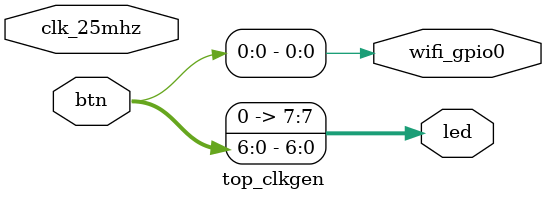
<source format=v>
module top_clkgen
(
  input clk_25mhz,
  input [6:0] btn,
  output [7:0] led,
  output wifi_gpio0
);
  assign wifi_gpio0 = btn[0];
  
  wire [3:0] clocks;
  clkgen
  #(
    .in_hz   ( 25000000),
    .out0_hz (250000000)
  )
  clkgen_inst
  (
    .clk_i   ( clk_25mhz),
    .clk_o   ( clocks )
  );

  assign led = btn;
endmodule

</source>
